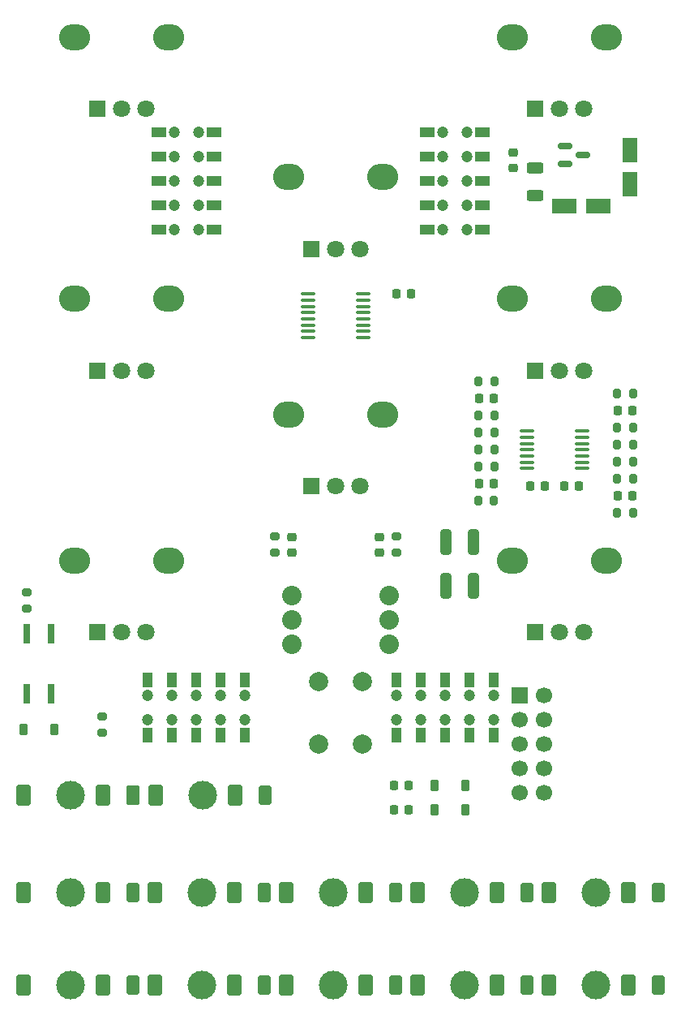
<source format=gbr>
%TF.GenerationSoftware,KiCad,Pcbnew,9.0.0*%
%TF.CreationDate,2025-03-09T14:36:43-04:00*%
%TF.ProjectId,200_Plattform,3230305f-506c-4617-9474-666f726d2e6b,A1*%
%TF.SameCoordinates,Original*%
%TF.FileFunction,Soldermask,Top*%
%TF.FilePolarity,Negative*%
%FSLAX45Y45*%
G04 Gerber Fmt 4.5, Leading zero omitted, Abs format (unit mm)*
G04 Created by KiCad (PCBNEW 9.0.0) date 2025-03-09 14:36:43*
%MOMM*%
%LPD*%
G01*
G04 APERTURE LIST*
G04 Aperture macros list*
%AMRoundRect*
0 Rectangle with rounded corners*
0 $1 Rounding radius*
0 $2 $3 $4 $5 $6 $7 $8 $9 X,Y pos of 4 corners*
0 Add a 4 corners polygon primitive as box body*
4,1,4,$2,$3,$4,$5,$6,$7,$8,$9,$2,$3,0*
0 Add four circle primitives for the rounded corners*
1,1,$1+$1,$2,$3*
1,1,$1+$1,$4,$5*
1,1,$1+$1,$6,$7*
1,1,$1+$1,$8,$9*
0 Add four rect primitives between the rounded corners*
20,1,$1+$1,$2,$3,$4,$5,0*
20,1,$1+$1,$4,$5,$6,$7,0*
20,1,$1+$1,$6,$7,$8,$9,0*
20,1,$1+$1,$8,$9,$2,$3,0*%
G04 Aperture macros list end*
%ADD10C,1.200000*%
%ADD11R,1.500000X1.000000*%
%ADD12R,1.000000X1.500000*%
%ADD13RoundRect,0.150000X-0.587500X-0.150000X0.587500X-0.150000X0.587500X0.150000X-0.587500X0.150000X0*%
%ADD14RoundRect,0.250000X1.050000X0.550000X-1.050000X0.550000X-1.050000X-0.550000X1.050000X-0.550000X0*%
%ADD15RoundRect,0.250000X0.550000X-1.050000X0.550000X1.050000X-0.550000X1.050000X-0.550000X-1.050000X0*%
%ADD16C,1.700000*%
%ADD17R,1.700000X1.700000*%
%ADD18RoundRect,0.100000X-0.637500X-0.100000X0.637500X-0.100000X0.637500X0.100000X-0.637500X0.100000X0*%
%ADD19RoundRect,0.250000X-0.625000X0.312500X-0.625000X-0.312500X0.625000X-0.312500X0.625000X0.312500X0*%
%ADD20RoundRect,0.225000X0.225000X0.375000X-0.225000X0.375000X-0.225000X-0.375000X0.225000X-0.375000X0*%
%ADD21RoundRect,0.225000X-0.225000X-0.375000X0.225000X-0.375000X0.225000X0.375000X-0.225000X0.375000X0*%
%ADD22RoundRect,0.225000X-0.225000X-0.250000X0.225000X-0.250000X0.225000X0.250000X-0.225000X0.250000X0*%
%ADD23RoundRect,0.225000X0.225000X0.250000X-0.225000X0.250000X-0.225000X-0.250000X0.225000X-0.250000X0*%
%ADD24RoundRect,0.225000X0.250000X-0.225000X0.250000X0.225000X-0.250000X0.225000X-0.250000X-0.225000X0*%
%ADD25RoundRect,0.200000X0.200000X0.275000X-0.200000X0.275000X-0.200000X-0.275000X0.200000X-0.275000X0*%
%ADD26O,3.240000X2.720000*%
%ADD27R,1.800000X1.800000*%
%ADD28C,1.800000*%
%ADD29RoundRect,0.200000X-0.200000X-0.275000X0.200000X-0.275000X0.200000X0.275000X-0.200000X0.275000X0*%
%ADD30C,3.000000*%
%ADD31RoundRect,0.269231X0.430769X-0.730769X0.430769X0.730769X-0.430769X0.730769X-0.430769X-0.730769X0*%
%ADD32RoundRect,0.176056X0.573944X-0.923944X0.573944X0.923944X-0.573944X0.923944X-0.573944X-0.923944X0*%
%ADD33RoundRect,0.250000X0.312500X1.075000X-0.312500X1.075000X-0.312500X-1.075000X0.312500X-1.075000X0*%
%ADD34C,2.000000*%
%ADD35RoundRect,0.218750X0.256250X-0.218750X0.256250X0.218750X-0.256250X0.218750X-0.256250X-0.218750X0*%
%ADD36C,2.032000*%
%ADD37R,0.640000X2.000000*%
%ADD38RoundRect,0.191257X0.508743X-0.808743X0.508743X0.808743X-0.508743X0.808743X-0.508743X-0.808743X0*%
%ADD39RoundRect,0.200000X-0.275000X0.200000X-0.275000X-0.200000X0.275000X-0.200000X0.275000X0.200000X0*%
%ADD40RoundRect,0.200000X0.275000X-0.200000X0.275000X0.200000X-0.275000X0.200000X-0.275000X-0.200000X0*%
G04 APERTURE END LIST*
D10*
%TO.C,J13*%
X6113800Y-4990200D03*
X6113800Y-5244200D03*
X6113800Y-5498200D03*
X6113800Y-5752200D03*
X6113800Y-6006200D03*
X6367800Y-4990200D03*
X6367800Y-5244200D03*
X6367800Y-5498200D03*
X6367800Y-5752200D03*
X6367800Y-6006200D03*
D11*
X5950800Y-4990200D03*
X5950800Y-5244200D03*
X5950800Y-5498200D03*
X5950800Y-5752200D03*
X5950800Y-6006200D03*
X6530800Y-6006200D03*
X6530800Y-5752200D03*
X6530800Y-5498200D03*
X6530800Y-5244200D03*
X6530800Y-4990200D03*
%TD*%
D10*
%TO.C,J15*%
X8432800Y-11125200D03*
X8686800Y-11125200D03*
X8940800Y-11125200D03*
X9194800Y-11125200D03*
X9448800Y-11125200D03*
X8432800Y-10871200D03*
X8686800Y-10871200D03*
X8940800Y-10871200D03*
X9194800Y-10871200D03*
X9448800Y-10871200D03*
D12*
X8432800Y-11288200D03*
X8686800Y-11288200D03*
X8940800Y-11288200D03*
X9194800Y-11288200D03*
X9448800Y-11288200D03*
X9448800Y-10708200D03*
X9194800Y-10708200D03*
X8940800Y-10708200D03*
X8686800Y-10708200D03*
X8432800Y-10708200D03*
%TD*%
D10*
%TO.C,J16*%
X8913800Y-4990200D03*
X8913800Y-5244200D03*
X8913800Y-5498200D03*
X8913800Y-5752200D03*
X8913800Y-6006200D03*
X9167800Y-4990200D03*
X9167800Y-5244200D03*
X9167800Y-5498200D03*
X9167800Y-5752200D03*
X9167800Y-6006200D03*
D11*
X8750800Y-4990200D03*
X8750800Y-5244200D03*
X8750800Y-5498200D03*
X8750800Y-5752200D03*
X8750800Y-6006200D03*
X9330800Y-6006200D03*
X9330800Y-5752200D03*
X9330800Y-5498200D03*
X9330800Y-5244200D03*
X9330800Y-4990200D03*
%TD*%
D10*
%TO.C,J14*%
X5832800Y-11125200D03*
X6086800Y-11125200D03*
X6340800Y-11125200D03*
X6594800Y-11125200D03*
X6848800Y-11125200D03*
X5832800Y-10871200D03*
X6086800Y-10871200D03*
X6340800Y-10871200D03*
X6594800Y-10871200D03*
X6848800Y-10871200D03*
D12*
X5832800Y-11288200D03*
X6086800Y-11288200D03*
X6340800Y-11288200D03*
X6594800Y-11288200D03*
X6848800Y-11288200D03*
X6848800Y-10708200D03*
X6594800Y-10708200D03*
X6340800Y-10708200D03*
X6086800Y-10708200D03*
X5832800Y-10708200D03*
%TD*%
D13*
%TO.C,U3*%
X10380750Y-5232400D03*
X10193250Y-5327400D03*
X10193250Y-5137400D03*
%TD*%
D14*
%TO.C,C8*%
X10543200Y-5765800D03*
X10183200Y-5765800D03*
%TD*%
D15*
%TO.C,C7*%
X10871200Y-5539400D03*
X10871200Y-5179400D03*
%TD*%
D16*
%TO.C,J17*%
X9972800Y-11889200D03*
X9718800Y-11889200D03*
X9972800Y-11635200D03*
X9718800Y-11635200D03*
X9972800Y-11381200D03*
X9718800Y-11381200D03*
X9972800Y-11127200D03*
X9718800Y-11127200D03*
X9972800Y-10873200D03*
D17*
X9718800Y-10873200D03*
%TD*%
D18*
%TO.C,U2*%
X9797550Y-8110800D03*
X9797550Y-8175800D03*
X9797550Y-8240800D03*
X9797550Y-8305800D03*
X9797550Y-8370800D03*
X9797550Y-8435800D03*
X9797550Y-8500800D03*
X10370050Y-8500800D03*
X10370050Y-8435800D03*
X10370050Y-8370800D03*
X10370050Y-8305800D03*
X10370050Y-8240800D03*
X10370050Y-8175800D03*
X10370050Y-8110800D03*
%TD*%
D19*
%TO.C,R19*%
X9880600Y-5365550D03*
X9880600Y-5658050D03*
%TD*%
D20*
%TO.C,D5*%
X9156600Y-11811000D03*
X8826600Y-11811000D03*
%TD*%
D21*
%TO.C,D4*%
X8826600Y-12065000D03*
X9156600Y-12065000D03*
%TD*%
D22*
%TO.C,C10*%
X8407400Y-11811000D03*
X8562400Y-11811000D03*
%TD*%
D23*
%TO.C,C9*%
X8561100Y-12065000D03*
X8406100Y-12065000D03*
%TD*%
D24*
%TO.C,C11*%
X9652000Y-5362000D03*
X9652000Y-5207000D03*
%TD*%
D23*
%TO.C,C6*%
X10339100Y-8686800D03*
X10184100Y-8686800D03*
%TD*%
%TO.C,C5*%
X9984800Y-8686800D03*
X9829800Y-8686800D03*
%TD*%
D22*
%TO.C,C4*%
X10742900Y-7899400D03*
X10897900Y-7899400D03*
%TD*%
D25*
%TO.C,R11*%
X10902900Y-8255000D03*
X10737900Y-8255000D03*
%TD*%
%TO.C,R14*%
X10902900Y-8610600D03*
X10737900Y-8610600D03*
%TD*%
D26*
%TO.C,RV2*%
X7307800Y-7936800D03*
X8287800Y-7936800D03*
D27*
X7547800Y-8686800D03*
D28*
X7797800Y-8686800D03*
X8047800Y-8686800D03*
%TD*%
D29*
%TO.C,R7*%
X9290100Y-7594600D03*
X9455100Y-7594600D03*
%TD*%
D30*
%TO.C,J7*%
X7772100Y-13893800D03*
D31*
X8420100Y-13893800D03*
D32*
X7280100Y-13893800D03*
X8110100Y-13893800D03*
%TD*%
D29*
%TO.C,R12*%
X10737900Y-8432800D03*
X10902900Y-8432800D03*
%TD*%
D30*
%TO.C,J3*%
X7772100Y-12928600D03*
D31*
X8420100Y-12928600D03*
D32*
X7280100Y-12928600D03*
X8110100Y-12928600D03*
%TD*%
D30*
%TO.C,J8*%
X9143700Y-13893800D03*
D31*
X9791700Y-13893800D03*
D32*
X8651700Y-13893800D03*
X9481700Y-13893800D03*
%TD*%
D33*
%TO.C,R3*%
X9239450Y-9728200D03*
X8946950Y-9728200D03*
%TD*%
D26*
%TO.C,RV8*%
X9644600Y-9460800D03*
X10624600Y-9460800D03*
D27*
X9884600Y-10210800D03*
D28*
X10134600Y-10210800D03*
X10384600Y-10210800D03*
%TD*%
D34*
%TO.C,SW1*%
X7623600Y-11374000D03*
X7623600Y-10724000D03*
X8073600Y-11374000D03*
X8073600Y-10724000D03*
%TD*%
D35*
%TO.C,D3*%
X8255000Y-9375150D03*
X8255000Y-9217650D03*
%TD*%
D36*
%TO.C,SW3*%
X8356600Y-9829800D03*
X8356600Y-10083800D03*
X8356600Y-10337800D03*
%TD*%
D25*
%TO.C,R8*%
X9455100Y-8305800D03*
X9290100Y-8305800D03*
%TD*%
D26*
%TO.C,RV1*%
X5072600Y-3999800D03*
X6052600Y-3999800D03*
D27*
X5312600Y-4749800D03*
D28*
X5562600Y-4749800D03*
X5812600Y-4749800D03*
%TD*%
D30*
%TO.C,J5*%
X5028900Y-13893800D03*
D31*
X5676900Y-13893800D03*
D32*
X4536900Y-13893800D03*
X5366900Y-13893800D03*
%TD*%
D23*
%TO.C,C2*%
X9450100Y-8661400D03*
X9295100Y-8661400D03*
%TD*%
D25*
%TO.C,R10*%
X9455100Y-8483600D03*
X9290100Y-8483600D03*
%TD*%
D37*
%TO.C,U1*%
X4572000Y-10856000D03*
X4826000Y-10856000D03*
X4826000Y-10226000D03*
X4572000Y-10226000D03*
%TD*%
D30*
%TO.C,J9*%
X6410200Y-11912600D03*
D31*
X7058200Y-11912600D03*
D32*
X5918200Y-11912600D03*
X6748200Y-11912600D03*
%TD*%
D29*
%TO.C,R5*%
X9290100Y-7950200D03*
X9455100Y-7950200D03*
%TD*%
D30*
%TO.C,J10*%
X5029200Y-11912600D03*
D32*
X5367200Y-11912600D03*
D38*
X5677200Y-11912600D03*
D32*
X4537200Y-11912600D03*
%TD*%
D29*
%TO.C,R16*%
X10737900Y-7721600D03*
X10902900Y-7721600D03*
%TD*%
%TO.C,R13*%
X10737900Y-8966200D03*
X10902900Y-8966200D03*
%TD*%
D25*
%TO.C,R15*%
X10902900Y-8077200D03*
X10737900Y-8077200D03*
%TD*%
D39*
%TO.C,R17*%
X7162800Y-9213900D03*
X7162800Y-9378900D03*
%TD*%
D33*
%TO.C,R4*%
X9239450Y-9271000D03*
X8946950Y-9271000D03*
%TD*%
D30*
%TO.C,J1*%
X5028900Y-12928600D03*
D31*
X5676900Y-12928600D03*
D32*
X4536900Y-12928600D03*
X5366900Y-12928600D03*
%TD*%
D26*
%TO.C,RV4*%
X9644600Y-3999800D03*
X10624600Y-3999800D03*
D27*
X9884600Y-4749800D03*
D28*
X10134600Y-4749800D03*
X10384600Y-4749800D03*
%TD*%
D30*
%TO.C,J6*%
X6400500Y-13893800D03*
D31*
X7048500Y-13893800D03*
D32*
X5908500Y-13893800D03*
X6738500Y-13893800D03*
%TD*%
D18*
%TO.C,U4*%
X7511550Y-6681300D03*
X7511550Y-6746300D03*
X7511550Y-6811300D03*
X7511550Y-6876300D03*
X7511550Y-6941300D03*
X7511550Y-7006300D03*
X7511550Y-7071300D03*
X7511550Y-7136300D03*
X8084050Y-7136300D03*
X8084050Y-7071300D03*
X8084050Y-7006300D03*
X8084050Y-6941300D03*
X8084050Y-6876300D03*
X8084050Y-6811300D03*
X8084050Y-6746300D03*
X8084050Y-6681300D03*
%TD*%
D25*
%TO.C,R6*%
X9455100Y-8128000D03*
X9290100Y-8128000D03*
%TD*%
D22*
%TO.C,C1*%
X9295100Y-7772400D03*
X9450100Y-7772400D03*
%TD*%
%TO.C,C3*%
X10742900Y-8788400D03*
X10897900Y-8788400D03*
%TD*%
D26*
%TO.C,RV5*%
X5072600Y-9460800D03*
X6052600Y-9460800D03*
D27*
X5312600Y-10210800D03*
D28*
X5562600Y-10210800D03*
X5812600Y-10210800D03*
%TD*%
D30*
%TO.C,J12*%
X10515300Y-13893800D03*
D31*
X11163300Y-13893800D03*
D32*
X10023300Y-13893800D03*
X10853300Y-13893800D03*
%TD*%
D39*
%TO.C,R18*%
X8432800Y-9213900D03*
X8432800Y-9378900D03*
%TD*%
D36*
%TO.C,SW2*%
X7340600Y-9829800D03*
X7340600Y-10083800D03*
X7340600Y-10337800D03*
%TD*%
D40*
%TO.C,R2*%
X4572000Y-9963100D03*
X4572000Y-9798100D03*
%TD*%
D26*
%TO.C,RV7*%
X7307800Y-5460300D03*
X8287800Y-5460300D03*
D27*
X7547800Y-6210300D03*
D28*
X7797800Y-6210300D03*
X8047800Y-6210300D03*
%TD*%
D30*
%TO.C,J2*%
X6400500Y-12928600D03*
D31*
X7048500Y-12928600D03*
D32*
X5908500Y-12928600D03*
X6738500Y-12928600D03*
%TD*%
D30*
%TO.C,J11*%
X10515300Y-12928600D03*
D31*
X11163300Y-12928600D03*
D32*
X10023300Y-12928600D03*
X10853300Y-12928600D03*
%TD*%
D22*
%TO.C,C12*%
X8431500Y-6680200D03*
X8586500Y-6680200D03*
%TD*%
D29*
%TO.C,R9*%
X9283800Y-8839200D03*
X9448800Y-8839200D03*
%TD*%
D26*
%TO.C,RV3*%
X5072600Y-6730300D03*
X6052600Y-6730300D03*
D27*
X5312600Y-7480300D03*
D28*
X5562600Y-7480300D03*
X5812600Y-7480300D03*
%TD*%
D21*
%TO.C,D1*%
X4534000Y-11226800D03*
X4864000Y-11226800D03*
%TD*%
D35*
%TO.C,D2*%
X7340600Y-9375150D03*
X7340600Y-9217650D03*
%TD*%
D40*
%TO.C,R1*%
X5359400Y-11258500D03*
X5359400Y-11093500D03*
%TD*%
D26*
%TO.C,RV6*%
X9644600Y-6730300D03*
X10624600Y-6730300D03*
D27*
X9884600Y-7480300D03*
D28*
X10134600Y-7480300D03*
X10384600Y-7480300D03*
%TD*%
D30*
%TO.C,J4*%
X9143700Y-12928600D03*
D31*
X9791700Y-12928600D03*
D32*
X8651700Y-12928600D03*
X9481700Y-12928600D03*
%TD*%
M02*

</source>
